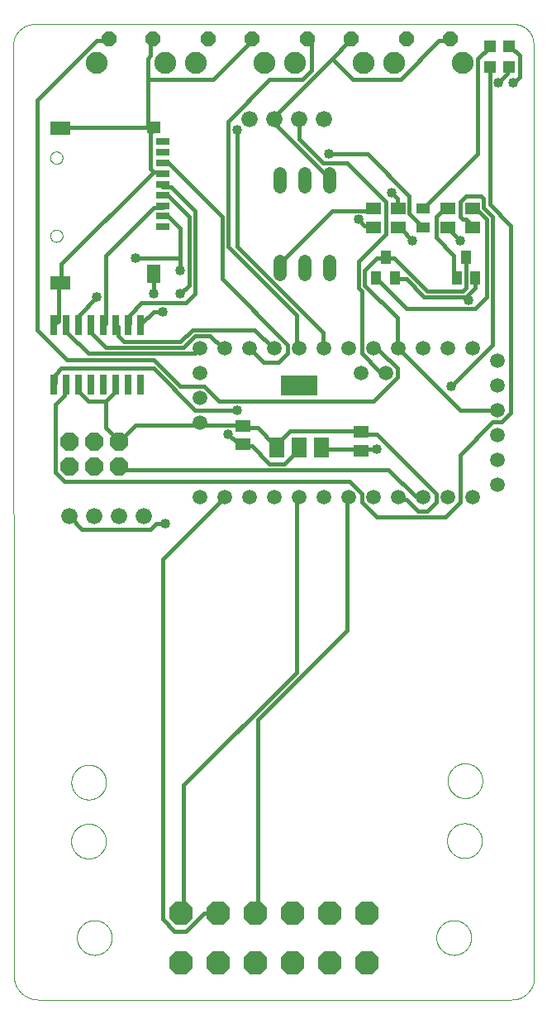
<source format=gtl>
G75*
%MOIN*%
%OFA0B0*%
%FSLAX25Y25*%
%IPPOS*%
%LPD*%
%AMOC8*
5,1,8,0,0,1.08239X$1,22.5*
%
%ADD10C,0.00000*%
%ADD11R,0.04724X0.04724*%
%ADD12R,0.03937X0.05512*%
%ADD13R,0.05906X0.05118*%
%ADD14OC8,0.06000*%
%ADD15C,0.08850*%
%ADD16R,0.02600X0.08000*%
%ADD17R,0.05512X0.04331*%
%ADD18OC8,0.09449*%
%ADD19R,0.07874X0.05512*%
%ADD20R,0.05512X0.05039*%
%ADD21R,0.05512X0.07677*%
%ADD22R,0.05512X0.02756*%
%ADD23OC8,0.07400*%
%ADD24C,0.06600*%
%ADD25C,0.05937*%
%ADD26R,0.05900X0.07900*%
%ADD27R,0.15000X0.07900*%
%ADD28C,0.05200*%
%ADD29C,0.01600*%
%ADD30C,0.04000*%
D10*
X0001297Y0010767D02*
X0001000Y0385429D01*
X0001003Y0385640D01*
X0001010Y0385850D01*
X0001023Y0386061D01*
X0001041Y0386271D01*
X0001064Y0386480D01*
X0001092Y0386689D01*
X0001124Y0386897D01*
X0001162Y0387104D01*
X0001205Y0387311D01*
X0001253Y0387516D01*
X0001306Y0387720D01*
X0001364Y0387922D01*
X0001427Y0388124D01*
X0001494Y0388323D01*
X0001567Y0388521D01*
X0001644Y0388717D01*
X0001726Y0388911D01*
X0001812Y0389104D01*
X0001903Y0389294D01*
X0001999Y0389481D01*
X0002099Y0389667D01*
X0002204Y0389850D01*
X0002313Y0390030D01*
X0002426Y0390208D01*
X0002544Y0390383D01*
X0002665Y0390554D01*
X0002791Y0390723D01*
X0002921Y0390889D01*
X0003055Y0391052D01*
X0003193Y0391211D01*
X0003335Y0391367D01*
X0003480Y0391520D01*
X0003629Y0391669D01*
X0003782Y0391814D01*
X0003938Y0391956D01*
X0004097Y0392094D01*
X0004260Y0392228D01*
X0004426Y0392358D01*
X0004595Y0392484D01*
X0004766Y0392605D01*
X0004941Y0392723D01*
X0005119Y0392836D01*
X0005299Y0392945D01*
X0005482Y0393050D01*
X0005668Y0393150D01*
X0005855Y0393246D01*
X0006045Y0393337D01*
X0006238Y0393423D01*
X0006432Y0393505D01*
X0006628Y0393582D01*
X0006826Y0393655D01*
X0007025Y0393722D01*
X0007227Y0393785D01*
X0007429Y0393843D01*
X0007633Y0393896D01*
X0007838Y0393944D01*
X0008045Y0393987D01*
X0008252Y0394025D01*
X0008460Y0394057D01*
X0008669Y0394085D01*
X0008878Y0394108D01*
X0009088Y0394126D01*
X0009299Y0394139D01*
X0009509Y0394146D01*
X0009720Y0394149D01*
X0009720Y0394148D02*
X0203035Y0394148D01*
X0203226Y0394146D01*
X0203416Y0394139D01*
X0203606Y0394127D01*
X0203796Y0394111D01*
X0203986Y0394091D01*
X0204174Y0394065D01*
X0204363Y0394035D01*
X0204550Y0394001D01*
X0204737Y0393962D01*
X0204922Y0393919D01*
X0205107Y0393871D01*
X0205290Y0393819D01*
X0205472Y0393762D01*
X0205652Y0393701D01*
X0205831Y0393636D01*
X0206009Y0393566D01*
X0206184Y0393492D01*
X0206358Y0393414D01*
X0206530Y0393331D01*
X0206700Y0393245D01*
X0206867Y0393154D01*
X0207033Y0393059D01*
X0207196Y0392961D01*
X0207357Y0392858D01*
X0207515Y0392752D01*
X0207670Y0392642D01*
X0207823Y0392528D01*
X0207973Y0392411D01*
X0208120Y0392289D01*
X0208264Y0392165D01*
X0208405Y0392037D01*
X0208543Y0391905D01*
X0208678Y0391770D01*
X0208810Y0391632D01*
X0208938Y0391491D01*
X0209062Y0391347D01*
X0209184Y0391200D01*
X0209301Y0391050D01*
X0209415Y0390897D01*
X0209525Y0390742D01*
X0209631Y0390584D01*
X0209734Y0390423D01*
X0209832Y0390260D01*
X0209927Y0390094D01*
X0210018Y0389927D01*
X0210104Y0389757D01*
X0210187Y0389585D01*
X0210265Y0389411D01*
X0210339Y0389236D01*
X0210409Y0389058D01*
X0210474Y0388879D01*
X0210535Y0388699D01*
X0210592Y0388517D01*
X0210644Y0388334D01*
X0210692Y0388149D01*
X0210735Y0387964D01*
X0210774Y0387777D01*
X0210808Y0387590D01*
X0210838Y0387401D01*
X0210864Y0387213D01*
X0210884Y0387023D01*
X0210900Y0386833D01*
X0210912Y0386643D01*
X0210919Y0386453D01*
X0210921Y0386262D01*
X0211218Y0009978D01*
X0211215Y0009761D01*
X0211208Y0009544D01*
X0211194Y0009328D01*
X0211176Y0009111D01*
X0211153Y0008896D01*
X0211124Y0008681D01*
X0211090Y0008466D01*
X0211051Y0008253D01*
X0211006Y0008041D01*
X0210957Y0007829D01*
X0210903Y0007619D01*
X0210843Y0007411D01*
X0210779Y0007204D01*
X0210709Y0006998D01*
X0210635Y0006794D01*
X0210555Y0006592D01*
X0210471Y0006393D01*
X0210382Y0006195D01*
X0210288Y0005999D01*
X0210190Y0005806D01*
X0210086Y0005615D01*
X0209979Y0005427D01*
X0209867Y0005241D01*
X0209750Y0005058D01*
X0209629Y0004878D01*
X0209503Y0004701D01*
X0209374Y0004527D01*
X0209240Y0004356D01*
X0209102Y0004189D01*
X0208960Y0004024D01*
X0208814Y0003864D01*
X0208665Y0003707D01*
X0208511Y0003553D01*
X0208354Y0003404D01*
X0208194Y0003258D01*
X0208029Y0003116D01*
X0207862Y0002978D01*
X0207691Y0002844D01*
X0207517Y0002715D01*
X0207340Y0002589D01*
X0207160Y0002468D01*
X0206977Y0002351D01*
X0206791Y0002239D01*
X0206603Y0002132D01*
X0206412Y0002028D01*
X0206219Y0001930D01*
X0206023Y0001836D01*
X0205825Y0001747D01*
X0205626Y0001663D01*
X0205424Y0001583D01*
X0205220Y0001509D01*
X0205014Y0001439D01*
X0204807Y0001375D01*
X0204599Y0001315D01*
X0204389Y0001261D01*
X0204177Y0001212D01*
X0203965Y0001167D01*
X0203752Y0001128D01*
X0203537Y0001094D01*
X0203322Y0001065D01*
X0203107Y0001042D01*
X0202890Y0001024D01*
X0202674Y0001010D01*
X0202457Y0001003D01*
X0202240Y0001000D01*
X0011063Y0001000D01*
X0010827Y0001003D01*
X0010591Y0001011D01*
X0010356Y0001026D01*
X0010120Y0001046D01*
X0009886Y0001071D01*
X0009652Y0001102D01*
X0009419Y0001139D01*
X0009186Y0001182D01*
X0008955Y0001230D01*
X0008726Y0001284D01*
X0008497Y0001343D01*
X0008270Y0001408D01*
X0008045Y0001478D01*
X0007821Y0001554D01*
X0007600Y0001635D01*
X0007380Y0001721D01*
X0007162Y0001813D01*
X0006947Y0001910D01*
X0006734Y0002012D01*
X0006524Y0002119D01*
X0006316Y0002231D01*
X0006112Y0002348D01*
X0005910Y0002470D01*
X0005711Y0002597D01*
X0005515Y0002729D01*
X0005322Y0002865D01*
X0005133Y0003006D01*
X0004947Y0003152D01*
X0004765Y0003302D01*
X0004586Y0003456D01*
X0004412Y0003615D01*
X0004241Y0003778D01*
X0004074Y0003945D01*
X0003911Y0004116D01*
X0003752Y0004290D01*
X0003598Y0004469D01*
X0003448Y0004651D01*
X0003302Y0004837D01*
X0003161Y0005026D01*
X0003025Y0005219D01*
X0002893Y0005415D01*
X0002766Y0005614D01*
X0002644Y0005816D01*
X0002527Y0006020D01*
X0002415Y0006228D01*
X0002308Y0006438D01*
X0002206Y0006651D01*
X0002109Y0006866D01*
X0002017Y0007084D01*
X0001931Y0007304D01*
X0001850Y0007525D01*
X0001774Y0007749D01*
X0001704Y0007974D01*
X0001639Y0008201D01*
X0001580Y0008430D01*
X0001526Y0008659D01*
X0001478Y0008890D01*
X0001435Y0009123D01*
X0001398Y0009356D01*
X0001367Y0009590D01*
X0001342Y0009824D01*
X0001322Y0010060D01*
X0001307Y0010295D01*
X0001299Y0010531D01*
X0001296Y0010767D01*
X0024468Y0064839D02*
X0024470Y0065011D01*
X0024476Y0065182D01*
X0024487Y0065354D01*
X0024502Y0065525D01*
X0024521Y0065696D01*
X0024544Y0065866D01*
X0024571Y0066036D01*
X0024603Y0066205D01*
X0024638Y0066373D01*
X0024678Y0066540D01*
X0024722Y0066706D01*
X0024769Y0066871D01*
X0024821Y0067035D01*
X0024877Y0067197D01*
X0024937Y0067358D01*
X0025001Y0067518D01*
X0025069Y0067676D01*
X0025140Y0067832D01*
X0025215Y0067986D01*
X0025295Y0068139D01*
X0025377Y0068289D01*
X0025464Y0068438D01*
X0025554Y0068584D01*
X0025648Y0068728D01*
X0025745Y0068870D01*
X0025846Y0069009D01*
X0025950Y0069146D01*
X0026057Y0069280D01*
X0026168Y0069411D01*
X0026281Y0069540D01*
X0026398Y0069666D01*
X0026518Y0069789D01*
X0026641Y0069909D01*
X0026767Y0070026D01*
X0026896Y0070139D01*
X0027027Y0070250D01*
X0027161Y0070357D01*
X0027298Y0070461D01*
X0027437Y0070562D01*
X0027579Y0070659D01*
X0027723Y0070753D01*
X0027869Y0070843D01*
X0028018Y0070930D01*
X0028168Y0071012D01*
X0028321Y0071092D01*
X0028475Y0071167D01*
X0028631Y0071238D01*
X0028789Y0071306D01*
X0028949Y0071370D01*
X0029110Y0071430D01*
X0029272Y0071486D01*
X0029436Y0071538D01*
X0029601Y0071585D01*
X0029767Y0071629D01*
X0029934Y0071669D01*
X0030102Y0071704D01*
X0030271Y0071736D01*
X0030441Y0071763D01*
X0030611Y0071786D01*
X0030782Y0071805D01*
X0030953Y0071820D01*
X0031125Y0071831D01*
X0031296Y0071837D01*
X0031468Y0071839D01*
X0031640Y0071837D01*
X0031811Y0071831D01*
X0031983Y0071820D01*
X0032154Y0071805D01*
X0032325Y0071786D01*
X0032495Y0071763D01*
X0032665Y0071736D01*
X0032834Y0071704D01*
X0033002Y0071669D01*
X0033169Y0071629D01*
X0033335Y0071585D01*
X0033500Y0071538D01*
X0033664Y0071486D01*
X0033826Y0071430D01*
X0033987Y0071370D01*
X0034147Y0071306D01*
X0034305Y0071238D01*
X0034461Y0071167D01*
X0034615Y0071092D01*
X0034768Y0071012D01*
X0034918Y0070930D01*
X0035067Y0070843D01*
X0035213Y0070753D01*
X0035357Y0070659D01*
X0035499Y0070562D01*
X0035638Y0070461D01*
X0035775Y0070357D01*
X0035909Y0070250D01*
X0036040Y0070139D01*
X0036169Y0070026D01*
X0036295Y0069909D01*
X0036418Y0069789D01*
X0036538Y0069666D01*
X0036655Y0069540D01*
X0036768Y0069411D01*
X0036879Y0069280D01*
X0036986Y0069146D01*
X0037090Y0069009D01*
X0037191Y0068870D01*
X0037288Y0068728D01*
X0037382Y0068584D01*
X0037472Y0068438D01*
X0037559Y0068289D01*
X0037641Y0068139D01*
X0037721Y0067986D01*
X0037796Y0067832D01*
X0037867Y0067676D01*
X0037935Y0067518D01*
X0037999Y0067358D01*
X0038059Y0067197D01*
X0038115Y0067035D01*
X0038167Y0066871D01*
X0038214Y0066706D01*
X0038258Y0066540D01*
X0038298Y0066373D01*
X0038333Y0066205D01*
X0038365Y0066036D01*
X0038392Y0065866D01*
X0038415Y0065696D01*
X0038434Y0065525D01*
X0038449Y0065354D01*
X0038460Y0065182D01*
X0038466Y0065011D01*
X0038468Y0064839D01*
X0038466Y0064667D01*
X0038460Y0064496D01*
X0038449Y0064324D01*
X0038434Y0064153D01*
X0038415Y0063982D01*
X0038392Y0063812D01*
X0038365Y0063642D01*
X0038333Y0063473D01*
X0038298Y0063305D01*
X0038258Y0063138D01*
X0038214Y0062972D01*
X0038167Y0062807D01*
X0038115Y0062643D01*
X0038059Y0062481D01*
X0037999Y0062320D01*
X0037935Y0062160D01*
X0037867Y0062002D01*
X0037796Y0061846D01*
X0037721Y0061692D01*
X0037641Y0061539D01*
X0037559Y0061389D01*
X0037472Y0061240D01*
X0037382Y0061094D01*
X0037288Y0060950D01*
X0037191Y0060808D01*
X0037090Y0060669D01*
X0036986Y0060532D01*
X0036879Y0060398D01*
X0036768Y0060267D01*
X0036655Y0060138D01*
X0036538Y0060012D01*
X0036418Y0059889D01*
X0036295Y0059769D01*
X0036169Y0059652D01*
X0036040Y0059539D01*
X0035909Y0059428D01*
X0035775Y0059321D01*
X0035638Y0059217D01*
X0035499Y0059116D01*
X0035357Y0059019D01*
X0035213Y0058925D01*
X0035067Y0058835D01*
X0034918Y0058748D01*
X0034768Y0058666D01*
X0034615Y0058586D01*
X0034461Y0058511D01*
X0034305Y0058440D01*
X0034147Y0058372D01*
X0033987Y0058308D01*
X0033826Y0058248D01*
X0033664Y0058192D01*
X0033500Y0058140D01*
X0033335Y0058093D01*
X0033169Y0058049D01*
X0033002Y0058009D01*
X0032834Y0057974D01*
X0032665Y0057942D01*
X0032495Y0057915D01*
X0032325Y0057892D01*
X0032154Y0057873D01*
X0031983Y0057858D01*
X0031811Y0057847D01*
X0031640Y0057841D01*
X0031468Y0057839D01*
X0031296Y0057841D01*
X0031125Y0057847D01*
X0030953Y0057858D01*
X0030782Y0057873D01*
X0030611Y0057892D01*
X0030441Y0057915D01*
X0030271Y0057942D01*
X0030102Y0057974D01*
X0029934Y0058009D01*
X0029767Y0058049D01*
X0029601Y0058093D01*
X0029436Y0058140D01*
X0029272Y0058192D01*
X0029110Y0058248D01*
X0028949Y0058308D01*
X0028789Y0058372D01*
X0028631Y0058440D01*
X0028475Y0058511D01*
X0028321Y0058586D01*
X0028168Y0058666D01*
X0028018Y0058748D01*
X0027869Y0058835D01*
X0027723Y0058925D01*
X0027579Y0059019D01*
X0027437Y0059116D01*
X0027298Y0059217D01*
X0027161Y0059321D01*
X0027027Y0059428D01*
X0026896Y0059539D01*
X0026767Y0059652D01*
X0026641Y0059769D01*
X0026518Y0059889D01*
X0026398Y0060012D01*
X0026281Y0060138D01*
X0026168Y0060267D01*
X0026057Y0060398D01*
X0025950Y0060532D01*
X0025846Y0060669D01*
X0025745Y0060808D01*
X0025648Y0060950D01*
X0025554Y0061094D01*
X0025464Y0061240D01*
X0025377Y0061389D01*
X0025295Y0061539D01*
X0025215Y0061692D01*
X0025140Y0061846D01*
X0025069Y0062002D01*
X0025001Y0062160D01*
X0024937Y0062320D01*
X0024877Y0062481D01*
X0024821Y0062643D01*
X0024769Y0062807D01*
X0024722Y0062972D01*
X0024678Y0063138D01*
X0024638Y0063305D01*
X0024603Y0063473D01*
X0024571Y0063642D01*
X0024544Y0063812D01*
X0024521Y0063982D01*
X0024502Y0064153D01*
X0024487Y0064324D01*
X0024476Y0064496D01*
X0024470Y0064667D01*
X0024468Y0064839D01*
X0024536Y0088621D02*
X0024538Y0088793D01*
X0024544Y0088964D01*
X0024555Y0089136D01*
X0024570Y0089307D01*
X0024589Y0089478D01*
X0024612Y0089648D01*
X0024639Y0089818D01*
X0024671Y0089987D01*
X0024706Y0090155D01*
X0024746Y0090322D01*
X0024790Y0090488D01*
X0024837Y0090653D01*
X0024889Y0090817D01*
X0024945Y0090979D01*
X0025005Y0091140D01*
X0025069Y0091300D01*
X0025137Y0091458D01*
X0025208Y0091614D01*
X0025283Y0091768D01*
X0025363Y0091921D01*
X0025445Y0092071D01*
X0025532Y0092220D01*
X0025622Y0092366D01*
X0025716Y0092510D01*
X0025813Y0092652D01*
X0025914Y0092791D01*
X0026018Y0092928D01*
X0026125Y0093062D01*
X0026236Y0093193D01*
X0026349Y0093322D01*
X0026466Y0093448D01*
X0026586Y0093571D01*
X0026709Y0093691D01*
X0026835Y0093808D01*
X0026964Y0093921D01*
X0027095Y0094032D01*
X0027229Y0094139D01*
X0027366Y0094243D01*
X0027505Y0094344D01*
X0027647Y0094441D01*
X0027791Y0094535D01*
X0027937Y0094625D01*
X0028086Y0094712D01*
X0028236Y0094794D01*
X0028389Y0094874D01*
X0028543Y0094949D01*
X0028699Y0095020D01*
X0028857Y0095088D01*
X0029017Y0095152D01*
X0029178Y0095212D01*
X0029340Y0095268D01*
X0029504Y0095320D01*
X0029669Y0095367D01*
X0029835Y0095411D01*
X0030002Y0095451D01*
X0030170Y0095486D01*
X0030339Y0095518D01*
X0030509Y0095545D01*
X0030679Y0095568D01*
X0030850Y0095587D01*
X0031021Y0095602D01*
X0031193Y0095613D01*
X0031364Y0095619D01*
X0031536Y0095621D01*
X0031708Y0095619D01*
X0031879Y0095613D01*
X0032051Y0095602D01*
X0032222Y0095587D01*
X0032393Y0095568D01*
X0032563Y0095545D01*
X0032733Y0095518D01*
X0032902Y0095486D01*
X0033070Y0095451D01*
X0033237Y0095411D01*
X0033403Y0095367D01*
X0033568Y0095320D01*
X0033732Y0095268D01*
X0033894Y0095212D01*
X0034055Y0095152D01*
X0034215Y0095088D01*
X0034373Y0095020D01*
X0034529Y0094949D01*
X0034683Y0094874D01*
X0034836Y0094794D01*
X0034986Y0094712D01*
X0035135Y0094625D01*
X0035281Y0094535D01*
X0035425Y0094441D01*
X0035567Y0094344D01*
X0035706Y0094243D01*
X0035843Y0094139D01*
X0035977Y0094032D01*
X0036108Y0093921D01*
X0036237Y0093808D01*
X0036363Y0093691D01*
X0036486Y0093571D01*
X0036606Y0093448D01*
X0036723Y0093322D01*
X0036836Y0093193D01*
X0036947Y0093062D01*
X0037054Y0092928D01*
X0037158Y0092791D01*
X0037259Y0092652D01*
X0037356Y0092510D01*
X0037450Y0092366D01*
X0037540Y0092220D01*
X0037627Y0092071D01*
X0037709Y0091921D01*
X0037789Y0091768D01*
X0037864Y0091614D01*
X0037935Y0091458D01*
X0038003Y0091300D01*
X0038067Y0091140D01*
X0038127Y0090979D01*
X0038183Y0090817D01*
X0038235Y0090653D01*
X0038282Y0090488D01*
X0038326Y0090322D01*
X0038366Y0090155D01*
X0038401Y0089987D01*
X0038433Y0089818D01*
X0038460Y0089648D01*
X0038483Y0089478D01*
X0038502Y0089307D01*
X0038517Y0089136D01*
X0038528Y0088964D01*
X0038534Y0088793D01*
X0038536Y0088621D01*
X0038534Y0088449D01*
X0038528Y0088278D01*
X0038517Y0088106D01*
X0038502Y0087935D01*
X0038483Y0087764D01*
X0038460Y0087594D01*
X0038433Y0087424D01*
X0038401Y0087255D01*
X0038366Y0087087D01*
X0038326Y0086920D01*
X0038282Y0086754D01*
X0038235Y0086589D01*
X0038183Y0086425D01*
X0038127Y0086263D01*
X0038067Y0086102D01*
X0038003Y0085942D01*
X0037935Y0085784D01*
X0037864Y0085628D01*
X0037789Y0085474D01*
X0037709Y0085321D01*
X0037627Y0085171D01*
X0037540Y0085022D01*
X0037450Y0084876D01*
X0037356Y0084732D01*
X0037259Y0084590D01*
X0037158Y0084451D01*
X0037054Y0084314D01*
X0036947Y0084180D01*
X0036836Y0084049D01*
X0036723Y0083920D01*
X0036606Y0083794D01*
X0036486Y0083671D01*
X0036363Y0083551D01*
X0036237Y0083434D01*
X0036108Y0083321D01*
X0035977Y0083210D01*
X0035843Y0083103D01*
X0035706Y0082999D01*
X0035567Y0082898D01*
X0035425Y0082801D01*
X0035281Y0082707D01*
X0035135Y0082617D01*
X0034986Y0082530D01*
X0034836Y0082448D01*
X0034683Y0082368D01*
X0034529Y0082293D01*
X0034373Y0082222D01*
X0034215Y0082154D01*
X0034055Y0082090D01*
X0033894Y0082030D01*
X0033732Y0081974D01*
X0033568Y0081922D01*
X0033403Y0081875D01*
X0033237Y0081831D01*
X0033070Y0081791D01*
X0032902Y0081756D01*
X0032733Y0081724D01*
X0032563Y0081697D01*
X0032393Y0081674D01*
X0032222Y0081655D01*
X0032051Y0081640D01*
X0031879Y0081629D01*
X0031708Y0081623D01*
X0031536Y0081621D01*
X0031364Y0081623D01*
X0031193Y0081629D01*
X0031021Y0081640D01*
X0030850Y0081655D01*
X0030679Y0081674D01*
X0030509Y0081697D01*
X0030339Y0081724D01*
X0030170Y0081756D01*
X0030002Y0081791D01*
X0029835Y0081831D01*
X0029669Y0081875D01*
X0029504Y0081922D01*
X0029340Y0081974D01*
X0029178Y0082030D01*
X0029017Y0082090D01*
X0028857Y0082154D01*
X0028699Y0082222D01*
X0028543Y0082293D01*
X0028389Y0082368D01*
X0028236Y0082448D01*
X0028086Y0082530D01*
X0027937Y0082617D01*
X0027791Y0082707D01*
X0027647Y0082801D01*
X0027505Y0082898D01*
X0027366Y0082999D01*
X0027229Y0083103D01*
X0027095Y0083210D01*
X0026964Y0083321D01*
X0026835Y0083434D01*
X0026709Y0083551D01*
X0026586Y0083671D01*
X0026466Y0083794D01*
X0026349Y0083920D01*
X0026236Y0084049D01*
X0026125Y0084180D01*
X0026018Y0084314D01*
X0025914Y0084451D01*
X0025813Y0084590D01*
X0025716Y0084732D01*
X0025622Y0084876D01*
X0025532Y0085022D01*
X0025445Y0085171D01*
X0025363Y0085321D01*
X0025283Y0085474D01*
X0025208Y0085628D01*
X0025137Y0085784D01*
X0025069Y0085942D01*
X0025005Y0086102D01*
X0024945Y0086263D01*
X0024889Y0086425D01*
X0024837Y0086589D01*
X0024790Y0086754D01*
X0024746Y0086920D01*
X0024706Y0087087D01*
X0024671Y0087255D01*
X0024639Y0087424D01*
X0024612Y0087594D01*
X0024589Y0087764D01*
X0024570Y0087935D01*
X0024555Y0088106D01*
X0024544Y0088278D01*
X0024538Y0088449D01*
X0024536Y0088621D01*
X0026797Y0026000D02*
X0026799Y0026172D01*
X0026805Y0026343D01*
X0026816Y0026515D01*
X0026831Y0026686D01*
X0026850Y0026857D01*
X0026873Y0027027D01*
X0026900Y0027197D01*
X0026932Y0027366D01*
X0026967Y0027534D01*
X0027007Y0027701D01*
X0027051Y0027867D01*
X0027098Y0028032D01*
X0027150Y0028196D01*
X0027206Y0028358D01*
X0027266Y0028519D01*
X0027330Y0028679D01*
X0027398Y0028837D01*
X0027469Y0028993D01*
X0027544Y0029147D01*
X0027624Y0029300D01*
X0027706Y0029450D01*
X0027793Y0029599D01*
X0027883Y0029745D01*
X0027977Y0029889D01*
X0028074Y0030031D01*
X0028175Y0030170D01*
X0028279Y0030307D01*
X0028386Y0030441D01*
X0028497Y0030572D01*
X0028610Y0030701D01*
X0028727Y0030827D01*
X0028847Y0030950D01*
X0028970Y0031070D01*
X0029096Y0031187D01*
X0029225Y0031300D01*
X0029356Y0031411D01*
X0029490Y0031518D01*
X0029627Y0031622D01*
X0029766Y0031723D01*
X0029908Y0031820D01*
X0030052Y0031914D01*
X0030198Y0032004D01*
X0030347Y0032091D01*
X0030497Y0032173D01*
X0030650Y0032253D01*
X0030804Y0032328D01*
X0030960Y0032399D01*
X0031118Y0032467D01*
X0031278Y0032531D01*
X0031439Y0032591D01*
X0031601Y0032647D01*
X0031765Y0032699D01*
X0031930Y0032746D01*
X0032096Y0032790D01*
X0032263Y0032830D01*
X0032431Y0032865D01*
X0032600Y0032897D01*
X0032770Y0032924D01*
X0032940Y0032947D01*
X0033111Y0032966D01*
X0033282Y0032981D01*
X0033454Y0032992D01*
X0033625Y0032998D01*
X0033797Y0033000D01*
X0033969Y0032998D01*
X0034140Y0032992D01*
X0034312Y0032981D01*
X0034483Y0032966D01*
X0034654Y0032947D01*
X0034824Y0032924D01*
X0034994Y0032897D01*
X0035163Y0032865D01*
X0035331Y0032830D01*
X0035498Y0032790D01*
X0035664Y0032746D01*
X0035829Y0032699D01*
X0035993Y0032647D01*
X0036155Y0032591D01*
X0036316Y0032531D01*
X0036476Y0032467D01*
X0036634Y0032399D01*
X0036790Y0032328D01*
X0036944Y0032253D01*
X0037097Y0032173D01*
X0037247Y0032091D01*
X0037396Y0032004D01*
X0037542Y0031914D01*
X0037686Y0031820D01*
X0037828Y0031723D01*
X0037967Y0031622D01*
X0038104Y0031518D01*
X0038238Y0031411D01*
X0038369Y0031300D01*
X0038498Y0031187D01*
X0038624Y0031070D01*
X0038747Y0030950D01*
X0038867Y0030827D01*
X0038984Y0030701D01*
X0039097Y0030572D01*
X0039208Y0030441D01*
X0039315Y0030307D01*
X0039419Y0030170D01*
X0039520Y0030031D01*
X0039617Y0029889D01*
X0039711Y0029745D01*
X0039801Y0029599D01*
X0039888Y0029450D01*
X0039970Y0029300D01*
X0040050Y0029147D01*
X0040125Y0028993D01*
X0040196Y0028837D01*
X0040264Y0028679D01*
X0040328Y0028519D01*
X0040388Y0028358D01*
X0040444Y0028196D01*
X0040496Y0028032D01*
X0040543Y0027867D01*
X0040587Y0027701D01*
X0040627Y0027534D01*
X0040662Y0027366D01*
X0040694Y0027197D01*
X0040721Y0027027D01*
X0040744Y0026857D01*
X0040763Y0026686D01*
X0040778Y0026515D01*
X0040789Y0026343D01*
X0040795Y0026172D01*
X0040797Y0026000D01*
X0040795Y0025828D01*
X0040789Y0025657D01*
X0040778Y0025485D01*
X0040763Y0025314D01*
X0040744Y0025143D01*
X0040721Y0024973D01*
X0040694Y0024803D01*
X0040662Y0024634D01*
X0040627Y0024466D01*
X0040587Y0024299D01*
X0040543Y0024133D01*
X0040496Y0023968D01*
X0040444Y0023804D01*
X0040388Y0023642D01*
X0040328Y0023481D01*
X0040264Y0023321D01*
X0040196Y0023163D01*
X0040125Y0023007D01*
X0040050Y0022853D01*
X0039970Y0022700D01*
X0039888Y0022550D01*
X0039801Y0022401D01*
X0039711Y0022255D01*
X0039617Y0022111D01*
X0039520Y0021969D01*
X0039419Y0021830D01*
X0039315Y0021693D01*
X0039208Y0021559D01*
X0039097Y0021428D01*
X0038984Y0021299D01*
X0038867Y0021173D01*
X0038747Y0021050D01*
X0038624Y0020930D01*
X0038498Y0020813D01*
X0038369Y0020700D01*
X0038238Y0020589D01*
X0038104Y0020482D01*
X0037967Y0020378D01*
X0037828Y0020277D01*
X0037686Y0020180D01*
X0037542Y0020086D01*
X0037396Y0019996D01*
X0037247Y0019909D01*
X0037097Y0019827D01*
X0036944Y0019747D01*
X0036790Y0019672D01*
X0036634Y0019601D01*
X0036476Y0019533D01*
X0036316Y0019469D01*
X0036155Y0019409D01*
X0035993Y0019353D01*
X0035829Y0019301D01*
X0035664Y0019254D01*
X0035498Y0019210D01*
X0035331Y0019170D01*
X0035163Y0019135D01*
X0034994Y0019103D01*
X0034824Y0019076D01*
X0034654Y0019053D01*
X0034483Y0019034D01*
X0034312Y0019019D01*
X0034140Y0019008D01*
X0033969Y0019002D01*
X0033797Y0019000D01*
X0033625Y0019002D01*
X0033454Y0019008D01*
X0033282Y0019019D01*
X0033111Y0019034D01*
X0032940Y0019053D01*
X0032770Y0019076D01*
X0032600Y0019103D01*
X0032431Y0019135D01*
X0032263Y0019170D01*
X0032096Y0019210D01*
X0031930Y0019254D01*
X0031765Y0019301D01*
X0031601Y0019353D01*
X0031439Y0019409D01*
X0031278Y0019469D01*
X0031118Y0019533D01*
X0030960Y0019601D01*
X0030804Y0019672D01*
X0030650Y0019747D01*
X0030497Y0019827D01*
X0030347Y0019909D01*
X0030198Y0019996D01*
X0030052Y0020086D01*
X0029908Y0020180D01*
X0029766Y0020277D01*
X0029627Y0020378D01*
X0029490Y0020482D01*
X0029356Y0020589D01*
X0029225Y0020700D01*
X0029096Y0020813D01*
X0028970Y0020930D01*
X0028847Y0021050D01*
X0028727Y0021173D01*
X0028610Y0021299D01*
X0028497Y0021428D01*
X0028386Y0021559D01*
X0028279Y0021693D01*
X0028175Y0021830D01*
X0028074Y0021969D01*
X0027977Y0022111D01*
X0027883Y0022255D01*
X0027793Y0022401D01*
X0027706Y0022550D01*
X0027624Y0022700D01*
X0027544Y0022853D01*
X0027469Y0023007D01*
X0027398Y0023163D01*
X0027330Y0023321D01*
X0027266Y0023481D01*
X0027206Y0023642D01*
X0027150Y0023804D01*
X0027098Y0023968D01*
X0027051Y0024133D01*
X0027007Y0024299D01*
X0026967Y0024466D01*
X0026932Y0024634D01*
X0026900Y0024803D01*
X0026873Y0024973D01*
X0026850Y0025143D01*
X0026831Y0025314D01*
X0026816Y0025485D01*
X0026805Y0025657D01*
X0026799Y0025828D01*
X0026797Y0026000D01*
X0016041Y0308795D02*
X0016043Y0308894D01*
X0016049Y0308993D01*
X0016059Y0309092D01*
X0016073Y0309190D01*
X0016091Y0309287D01*
X0016113Y0309384D01*
X0016138Y0309480D01*
X0016168Y0309574D01*
X0016201Y0309668D01*
X0016238Y0309760D01*
X0016279Y0309850D01*
X0016323Y0309939D01*
X0016371Y0310025D01*
X0016422Y0310110D01*
X0016477Y0310193D01*
X0016535Y0310273D01*
X0016596Y0310351D01*
X0016660Y0310427D01*
X0016727Y0310500D01*
X0016797Y0310570D01*
X0016870Y0310637D01*
X0016946Y0310701D01*
X0017024Y0310762D01*
X0017104Y0310820D01*
X0017187Y0310875D01*
X0017271Y0310926D01*
X0017358Y0310974D01*
X0017447Y0311018D01*
X0017537Y0311059D01*
X0017629Y0311096D01*
X0017723Y0311129D01*
X0017817Y0311159D01*
X0017913Y0311184D01*
X0018010Y0311206D01*
X0018107Y0311224D01*
X0018205Y0311238D01*
X0018304Y0311248D01*
X0018403Y0311254D01*
X0018502Y0311256D01*
X0018601Y0311254D01*
X0018700Y0311248D01*
X0018799Y0311238D01*
X0018897Y0311224D01*
X0018994Y0311206D01*
X0019091Y0311184D01*
X0019187Y0311159D01*
X0019281Y0311129D01*
X0019375Y0311096D01*
X0019467Y0311059D01*
X0019557Y0311018D01*
X0019646Y0310974D01*
X0019732Y0310926D01*
X0019817Y0310875D01*
X0019900Y0310820D01*
X0019980Y0310762D01*
X0020058Y0310701D01*
X0020134Y0310637D01*
X0020207Y0310570D01*
X0020277Y0310500D01*
X0020344Y0310427D01*
X0020408Y0310351D01*
X0020469Y0310273D01*
X0020527Y0310193D01*
X0020582Y0310110D01*
X0020633Y0310026D01*
X0020681Y0309939D01*
X0020725Y0309850D01*
X0020766Y0309760D01*
X0020803Y0309668D01*
X0020836Y0309574D01*
X0020866Y0309480D01*
X0020891Y0309384D01*
X0020913Y0309287D01*
X0020931Y0309190D01*
X0020945Y0309092D01*
X0020955Y0308993D01*
X0020961Y0308894D01*
X0020963Y0308795D01*
X0020961Y0308696D01*
X0020955Y0308597D01*
X0020945Y0308498D01*
X0020931Y0308400D01*
X0020913Y0308303D01*
X0020891Y0308206D01*
X0020866Y0308110D01*
X0020836Y0308016D01*
X0020803Y0307922D01*
X0020766Y0307830D01*
X0020725Y0307740D01*
X0020681Y0307651D01*
X0020633Y0307565D01*
X0020582Y0307480D01*
X0020527Y0307397D01*
X0020469Y0307317D01*
X0020408Y0307239D01*
X0020344Y0307163D01*
X0020277Y0307090D01*
X0020207Y0307020D01*
X0020134Y0306953D01*
X0020058Y0306889D01*
X0019980Y0306828D01*
X0019900Y0306770D01*
X0019817Y0306715D01*
X0019733Y0306664D01*
X0019646Y0306616D01*
X0019557Y0306572D01*
X0019467Y0306531D01*
X0019375Y0306494D01*
X0019281Y0306461D01*
X0019187Y0306431D01*
X0019091Y0306406D01*
X0018994Y0306384D01*
X0018897Y0306366D01*
X0018799Y0306352D01*
X0018700Y0306342D01*
X0018601Y0306336D01*
X0018502Y0306334D01*
X0018403Y0306336D01*
X0018304Y0306342D01*
X0018205Y0306352D01*
X0018107Y0306366D01*
X0018010Y0306384D01*
X0017913Y0306406D01*
X0017817Y0306431D01*
X0017723Y0306461D01*
X0017629Y0306494D01*
X0017537Y0306531D01*
X0017447Y0306572D01*
X0017358Y0306616D01*
X0017272Y0306664D01*
X0017187Y0306715D01*
X0017104Y0306770D01*
X0017024Y0306828D01*
X0016946Y0306889D01*
X0016870Y0306953D01*
X0016797Y0307020D01*
X0016727Y0307090D01*
X0016660Y0307163D01*
X0016596Y0307239D01*
X0016535Y0307317D01*
X0016477Y0307397D01*
X0016422Y0307480D01*
X0016371Y0307564D01*
X0016323Y0307651D01*
X0016279Y0307740D01*
X0016238Y0307830D01*
X0016201Y0307922D01*
X0016168Y0308016D01*
X0016138Y0308110D01*
X0016113Y0308206D01*
X0016091Y0308303D01*
X0016073Y0308400D01*
X0016059Y0308498D01*
X0016049Y0308597D01*
X0016043Y0308696D01*
X0016041Y0308795D01*
X0016041Y0340291D02*
X0016043Y0340390D01*
X0016049Y0340489D01*
X0016059Y0340588D01*
X0016073Y0340686D01*
X0016091Y0340783D01*
X0016113Y0340880D01*
X0016138Y0340976D01*
X0016168Y0341070D01*
X0016201Y0341164D01*
X0016238Y0341256D01*
X0016279Y0341346D01*
X0016323Y0341435D01*
X0016371Y0341521D01*
X0016422Y0341606D01*
X0016477Y0341689D01*
X0016535Y0341769D01*
X0016596Y0341847D01*
X0016660Y0341923D01*
X0016727Y0341996D01*
X0016797Y0342066D01*
X0016870Y0342133D01*
X0016946Y0342197D01*
X0017024Y0342258D01*
X0017104Y0342316D01*
X0017187Y0342371D01*
X0017271Y0342422D01*
X0017358Y0342470D01*
X0017447Y0342514D01*
X0017537Y0342555D01*
X0017629Y0342592D01*
X0017723Y0342625D01*
X0017817Y0342655D01*
X0017913Y0342680D01*
X0018010Y0342702D01*
X0018107Y0342720D01*
X0018205Y0342734D01*
X0018304Y0342744D01*
X0018403Y0342750D01*
X0018502Y0342752D01*
X0018601Y0342750D01*
X0018700Y0342744D01*
X0018799Y0342734D01*
X0018897Y0342720D01*
X0018994Y0342702D01*
X0019091Y0342680D01*
X0019187Y0342655D01*
X0019281Y0342625D01*
X0019375Y0342592D01*
X0019467Y0342555D01*
X0019557Y0342514D01*
X0019646Y0342470D01*
X0019732Y0342422D01*
X0019817Y0342371D01*
X0019900Y0342316D01*
X0019980Y0342258D01*
X0020058Y0342197D01*
X0020134Y0342133D01*
X0020207Y0342066D01*
X0020277Y0341996D01*
X0020344Y0341923D01*
X0020408Y0341847D01*
X0020469Y0341769D01*
X0020527Y0341689D01*
X0020582Y0341606D01*
X0020633Y0341522D01*
X0020681Y0341435D01*
X0020725Y0341346D01*
X0020766Y0341256D01*
X0020803Y0341164D01*
X0020836Y0341070D01*
X0020866Y0340976D01*
X0020891Y0340880D01*
X0020913Y0340783D01*
X0020931Y0340686D01*
X0020945Y0340588D01*
X0020955Y0340489D01*
X0020961Y0340390D01*
X0020963Y0340291D01*
X0020961Y0340192D01*
X0020955Y0340093D01*
X0020945Y0339994D01*
X0020931Y0339896D01*
X0020913Y0339799D01*
X0020891Y0339702D01*
X0020866Y0339606D01*
X0020836Y0339512D01*
X0020803Y0339418D01*
X0020766Y0339326D01*
X0020725Y0339236D01*
X0020681Y0339147D01*
X0020633Y0339061D01*
X0020582Y0338976D01*
X0020527Y0338893D01*
X0020469Y0338813D01*
X0020408Y0338735D01*
X0020344Y0338659D01*
X0020277Y0338586D01*
X0020207Y0338516D01*
X0020134Y0338449D01*
X0020058Y0338385D01*
X0019980Y0338324D01*
X0019900Y0338266D01*
X0019817Y0338211D01*
X0019733Y0338160D01*
X0019646Y0338112D01*
X0019557Y0338068D01*
X0019467Y0338027D01*
X0019375Y0337990D01*
X0019281Y0337957D01*
X0019187Y0337927D01*
X0019091Y0337902D01*
X0018994Y0337880D01*
X0018897Y0337862D01*
X0018799Y0337848D01*
X0018700Y0337838D01*
X0018601Y0337832D01*
X0018502Y0337830D01*
X0018403Y0337832D01*
X0018304Y0337838D01*
X0018205Y0337848D01*
X0018107Y0337862D01*
X0018010Y0337880D01*
X0017913Y0337902D01*
X0017817Y0337927D01*
X0017723Y0337957D01*
X0017629Y0337990D01*
X0017537Y0338027D01*
X0017447Y0338068D01*
X0017358Y0338112D01*
X0017272Y0338160D01*
X0017187Y0338211D01*
X0017104Y0338266D01*
X0017024Y0338324D01*
X0016946Y0338385D01*
X0016870Y0338449D01*
X0016797Y0338516D01*
X0016727Y0338586D01*
X0016660Y0338659D01*
X0016596Y0338735D01*
X0016535Y0338813D01*
X0016477Y0338893D01*
X0016422Y0338976D01*
X0016371Y0339060D01*
X0016323Y0339147D01*
X0016279Y0339236D01*
X0016238Y0339326D01*
X0016201Y0339418D01*
X0016168Y0339512D01*
X0016138Y0339606D01*
X0016113Y0339702D01*
X0016091Y0339799D01*
X0016073Y0339896D01*
X0016059Y0339994D01*
X0016049Y0340093D01*
X0016043Y0340192D01*
X0016041Y0340291D01*
X0171797Y0026000D02*
X0171799Y0026172D01*
X0171805Y0026343D01*
X0171816Y0026515D01*
X0171831Y0026686D01*
X0171850Y0026857D01*
X0171873Y0027027D01*
X0171900Y0027197D01*
X0171932Y0027366D01*
X0171967Y0027534D01*
X0172007Y0027701D01*
X0172051Y0027867D01*
X0172098Y0028032D01*
X0172150Y0028196D01*
X0172206Y0028358D01*
X0172266Y0028519D01*
X0172330Y0028679D01*
X0172398Y0028837D01*
X0172469Y0028993D01*
X0172544Y0029147D01*
X0172624Y0029300D01*
X0172706Y0029450D01*
X0172793Y0029599D01*
X0172883Y0029745D01*
X0172977Y0029889D01*
X0173074Y0030031D01*
X0173175Y0030170D01*
X0173279Y0030307D01*
X0173386Y0030441D01*
X0173497Y0030572D01*
X0173610Y0030701D01*
X0173727Y0030827D01*
X0173847Y0030950D01*
X0173970Y0031070D01*
X0174096Y0031187D01*
X0174225Y0031300D01*
X0174356Y0031411D01*
X0174490Y0031518D01*
X0174627Y0031622D01*
X0174766Y0031723D01*
X0174908Y0031820D01*
X0175052Y0031914D01*
X0175198Y0032004D01*
X0175347Y0032091D01*
X0175497Y0032173D01*
X0175650Y0032253D01*
X0175804Y0032328D01*
X0175960Y0032399D01*
X0176118Y0032467D01*
X0176278Y0032531D01*
X0176439Y0032591D01*
X0176601Y0032647D01*
X0176765Y0032699D01*
X0176930Y0032746D01*
X0177096Y0032790D01*
X0177263Y0032830D01*
X0177431Y0032865D01*
X0177600Y0032897D01*
X0177770Y0032924D01*
X0177940Y0032947D01*
X0178111Y0032966D01*
X0178282Y0032981D01*
X0178454Y0032992D01*
X0178625Y0032998D01*
X0178797Y0033000D01*
X0178969Y0032998D01*
X0179140Y0032992D01*
X0179312Y0032981D01*
X0179483Y0032966D01*
X0179654Y0032947D01*
X0179824Y0032924D01*
X0179994Y0032897D01*
X0180163Y0032865D01*
X0180331Y0032830D01*
X0180498Y0032790D01*
X0180664Y0032746D01*
X0180829Y0032699D01*
X0180993Y0032647D01*
X0181155Y0032591D01*
X0181316Y0032531D01*
X0181476Y0032467D01*
X0181634Y0032399D01*
X0181790Y0032328D01*
X0181944Y0032253D01*
X0182097Y0032173D01*
X0182247Y0032091D01*
X0182396Y0032004D01*
X0182542Y0031914D01*
X0182686Y0031820D01*
X0182828Y0031723D01*
X0182967Y0031622D01*
X0183104Y0031518D01*
X0183238Y0031411D01*
X0183369Y0031300D01*
X0183498Y0031187D01*
X0183624Y0031070D01*
X0183747Y0030950D01*
X0183867Y0030827D01*
X0183984Y0030701D01*
X0184097Y0030572D01*
X0184208Y0030441D01*
X0184315Y0030307D01*
X0184419Y0030170D01*
X0184520Y0030031D01*
X0184617Y0029889D01*
X0184711Y0029745D01*
X0184801Y0029599D01*
X0184888Y0029450D01*
X0184970Y0029300D01*
X0185050Y0029147D01*
X0185125Y0028993D01*
X0185196Y0028837D01*
X0185264Y0028679D01*
X0185328Y0028519D01*
X0185388Y0028358D01*
X0185444Y0028196D01*
X0185496Y0028032D01*
X0185543Y0027867D01*
X0185587Y0027701D01*
X0185627Y0027534D01*
X0185662Y0027366D01*
X0185694Y0027197D01*
X0185721Y0027027D01*
X0185744Y0026857D01*
X0185763Y0026686D01*
X0185778Y0026515D01*
X0185789Y0026343D01*
X0185795Y0026172D01*
X0185797Y0026000D01*
X0185795Y0025828D01*
X0185789Y0025657D01*
X0185778Y0025485D01*
X0185763Y0025314D01*
X0185744Y0025143D01*
X0185721Y0024973D01*
X0185694Y0024803D01*
X0185662Y0024634D01*
X0185627Y0024466D01*
X0185587Y0024299D01*
X0185543Y0024133D01*
X0185496Y0023968D01*
X0185444Y0023804D01*
X0185388Y0023642D01*
X0185328Y0023481D01*
X0185264Y0023321D01*
X0185196Y0023163D01*
X0185125Y0023007D01*
X0185050Y0022853D01*
X0184970Y0022700D01*
X0184888Y0022550D01*
X0184801Y0022401D01*
X0184711Y0022255D01*
X0184617Y0022111D01*
X0184520Y0021969D01*
X0184419Y0021830D01*
X0184315Y0021693D01*
X0184208Y0021559D01*
X0184097Y0021428D01*
X0183984Y0021299D01*
X0183867Y0021173D01*
X0183747Y0021050D01*
X0183624Y0020930D01*
X0183498Y0020813D01*
X0183369Y0020700D01*
X0183238Y0020589D01*
X0183104Y0020482D01*
X0182967Y0020378D01*
X0182828Y0020277D01*
X0182686Y0020180D01*
X0182542Y0020086D01*
X0182396Y0019996D01*
X0182247Y0019909D01*
X0182097Y0019827D01*
X0181944Y0019747D01*
X0181790Y0019672D01*
X0181634Y0019601D01*
X0181476Y0019533D01*
X0181316Y0019469D01*
X0181155Y0019409D01*
X0180993Y0019353D01*
X0180829Y0019301D01*
X0180664Y0019254D01*
X0180498Y0019210D01*
X0180331Y0019170D01*
X0180163Y0019135D01*
X0179994Y0019103D01*
X0179824Y0019076D01*
X0179654Y0019053D01*
X0179483Y0019034D01*
X0179312Y0019019D01*
X0179140Y0019008D01*
X0178969Y0019002D01*
X0178797Y0019000D01*
X0178625Y0019002D01*
X0178454Y0019008D01*
X0178282Y0019019D01*
X0178111Y0019034D01*
X0177940Y0019053D01*
X0177770Y0019076D01*
X0177600Y0019103D01*
X0177431Y0019135D01*
X0177263Y0019170D01*
X0177096Y0019210D01*
X0176930Y0019254D01*
X0176765Y0019301D01*
X0176601Y0019353D01*
X0176439Y0019409D01*
X0176278Y0019469D01*
X0176118Y0019533D01*
X0175960Y0019601D01*
X0175804Y0019672D01*
X0175650Y0019747D01*
X0175497Y0019827D01*
X0175347Y0019909D01*
X0175198Y0019996D01*
X0175052Y0020086D01*
X0174908Y0020180D01*
X0174766Y0020277D01*
X0174627Y0020378D01*
X0174490Y0020482D01*
X0174356Y0020589D01*
X0174225Y0020700D01*
X0174096Y0020813D01*
X0173970Y0020930D01*
X0173847Y0021050D01*
X0173727Y0021173D01*
X0173610Y0021299D01*
X0173497Y0021428D01*
X0173386Y0021559D01*
X0173279Y0021693D01*
X0173175Y0021830D01*
X0173074Y0021969D01*
X0172977Y0022111D01*
X0172883Y0022255D01*
X0172793Y0022401D01*
X0172706Y0022550D01*
X0172624Y0022700D01*
X0172544Y0022853D01*
X0172469Y0023007D01*
X0172398Y0023163D01*
X0172330Y0023321D01*
X0172266Y0023481D01*
X0172206Y0023642D01*
X0172150Y0023804D01*
X0172098Y0023968D01*
X0172051Y0024133D01*
X0172007Y0024299D01*
X0171967Y0024466D01*
X0171932Y0024634D01*
X0171900Y0024803D01*
X0171873Y0024973D01*
X0171850Y0025143D01*
X0171831Y0025314D01*
X0171816Y0025485D01*
X0171805Y0025657D01*
X0171799Y0025828D01*
X0171797Y0026000D01*
X0176134Y0065023D02*
X0176136Y0065195D01*
X0176142Y0065366D01*
X0176153Y0065538D01*
X0176168Y0065709D01*
X0176187Y0065880D01*
X0176210Y0066050D01*
X0176237Y0066220D01*
X0176269Y0066389D01*
X0176304Y0066557D01*
X0176344Y0066724D01*
X0176388Y0066890D01*
X0176435Y0067055D01*
X0176487Y0067219D01*
X0176543Y0067381D01*
X0176603Y0067542D01*
X0176667Y0067702D01*
X0176735Y0067860D01*
X0176806Y0068016D01*
X0176881Y0068170D01*
X0176961Y0068323D01*
X0177043Y0068473D01*
X0177130Y0068622D01*
X0177220Y0068768D01*
X0177314Y0068912D01*
X0177411Y0069054D01*
X0177512Y0069193D01*
X0177616Y0069330D01*
X0177723Y0069464D01*
X0177834Y0069595D01*
X0177947Y0069724D01*
X0178064Y0069850D01*
X0178184Y0069973D01*
X0178307Y0070093D01*
X0178433Y0070210D01*
X0178562Y0070323D01*
X0178693Y0070434D01*
X0178827Y0070541D01*
X0178964Y0070645D01*
X0179103Y0070746D01*
X0179245Y0070843D01*
X0179389Y0070937D01*
X0179535Y0071027D01*
X0179684Y0071114D01*
X0179834Y0071196D01*
X0179987Y0071276D01*
X0180141Y0071351D01*
X0180297Y0071422D01*
X0180455Y0071490D01*
X0180615Y0071554D01*
X0180776Y0071614D01*
X0180938Y0071670D01*
X0181102Y0071722D01*
X0181267Y0071769D01*
X0181433Y0071813D01*
X0181600Y0071853D01*
X0181768Y0071888D01*
X0181937Y0071920D01*
X0182107Y0071947D01*
X0182277Y0071970D01*
X0182448Y0071989D01*
X0182619Y0072004D01*
X0182791Y0072015D01*
X0182962Y0072021D01*
X0183134Y0072023D01*
X0183306Y0072021D01*
X0183477Y0072015D01*
X0183649Y0072004D01*
X0183820Y0071989D01*
X0183991Y0071970D01*
X0184161Y0071947D01*
X0184331Y0071920D01*
X0184500Y0071888D01*
X0184668Y0071853D01*
X0184835Y0071813D01*
X0185001Y0071769D01*
X0185166Y0071722D01*
X0185330Y0071670D01*
X0185492Y0071614D01*
X0185653Y0071554D01*
X0185813Y0071490D01*
X0185971Y0071422D01*
X0186127Y0071351D01*
X0186281Y0071276D01*
X0186434Y0071196D01*
X0186584Y0071114D01*
X0186733Y0071027D01*
X0186879Y0070937D01*
X0187023Y0070843D01*
X0187165Y0070746D01*
X0187304Y0070645D01*
X0187441Y0070541D01*
X0187575Y0070434D01*
X0187706Y0070323D01*
X0187835Y0070210D01*
X0187961Y0070093D01*
X0188084Y0069973D01*
X0188204Y0069850D01*
X0188321Y0069724D01*
X0188434Y0069595D01*
X0188545Y0069464D01*
X0188652Y0069330D01*
X0188756Y0069193D01*
X0188857Y0069054D01*
X0188954Y0068912D01*
X0189048Y0068768D01*
X0189138Y0068622D01*
X0189225Y0068473D01*
X0189307Y0068323D01*
X0189387Y0068170D01*
X0189462Y0068016D01*
X0189533Y0067860D01*
X0189601Y0067702D01*
X0189665Y0067542D01*
X0189725Y0067381D01*
X0189781Y0067219D01*
X0189833Y0067055D01*
X0189880Y0066890D01*
X0189924Y0066724D01*
X0189964Y0066557D01*
X0189999Y0066389D01*
X0190031Y0066220D01*
X0190058Y0066050D01*
X0190081Y0065880D01*
X0190100Y0065709D01*
X0190115Y0065538D01*
X0190126Y0065366D01*
X0190132Y0065195D01*
X0190134Y0065023D01*
X0190132Y0064851D01*
X0190126Y0064680D01*
X0190115Y0064508D01*
X0190100Y0064337D01*
X0190081Y0064166D01*
X0190058Y0063996D01*
X0190031Y0063826D01*
X0189999Y0063657D01*
X0189964Y0063489D01*
X0189924Y0063322D01*
X0189880Y0063156D01*
X0189833Y0062991D01*
X0189781Y0062827D01*
X0189725Y0062665D01*
X0189665Y0062504D01*
X0189601Y0062344D01*
X0189533Y0062186D01*
X0189462Y0062030D01*
X0189387Y0061876D01*
X0189307Y0061723D01*
X0189225Y0061573D01*
X0189138Y0061424D01*
X0189048Y0061278D01*
X0188954Y0061134D01*
X0188857Y0060992D01*
X0188756Y0060853D01*
X0188652Y0060716D01*
X0188545Y0060582D01*
X0188434Y0060451D01*
X0188321Y0060322D01*
X0188204Y0060196D01*
X0188084Y0060073D01*
X0187961Y0059953D01*
X0187835Y0059836D01*
X0187706Y0059723D01*
X0187575Y0059612D01*
X0187441Y0059505D01*
X0187304Y0059401D01*
X0187165Y0059300D01*
X0187023Y0059203D01*
X0186879Y0059109D01*
X0186733Y0059019D01*
X0186584Y0058932D01*
X0186434Y0058850D01*
X0186281Y0058770D01*
X0186127Y0058695D01*
X0185971Y0058624D01*
X0185813Y0058556D01*
X0185653Y0058492D01*
X0185492Y0058432D01*
X0185330Y0058376D01*
X0185166Y0058324D01*
X0185001Y0058277D01*
X0184835Y0058233D01*
X0184668Y0058193D01*
X0184500Y0058158D01*
X0184331Y0058126D01*
X0184161Y0058099D01*
X0183991Y0058076D01*
X0183820Y0058057D01*
X0183649Y0058042D01*
X0183477Y0058031D01*
X0183306Y0058025D01*
X0183134Y0058023D01*
X0182962Y0058025D01*
X0182791Y0058031D01*
X0182619Y0058042D01*
X0182448Y0058057D01*
X0182277Y0058076D01*
X0182107Y0058099D01*
X0181937Y0058126D01*
X0181768Y0058158D01*
X0181600Y0058193D01*
X0181433Y0058233D01*
X0181267Y0058277D01*
X0181102Y0058324D01*
X0180938Y0058376D01*
X0180776Y0058432D01*
X0180615Y0058492D01*
X0180455Y0058556D01*
X0180297Y0058624D01*
X0180141Y0058695D01*
X0179987Y0058770D01*
X0179834Y0058850D01*
X0179684Y0058932D01*
X0179535Y0059019D01*
X0179389Y0059109D01*
X0179245Y0059203D01*
X0179103Y0059300D01*
X0178964Y0059401D01*
X0178827Y0059505D01*
X0178693Y0059612D01*
X0178562Y0059723D01*
X0178433Y0059836D01*
X0178307Y0059953D01*
X0178184Y0060073D01*
X0178064Y0060196D01*
X0177947Y0060322D01*
X0177834Y0060451D01*
X0177723Y0060582D01*
X0177616Y0060716D01*
X0177512Y0060853D01*
X0177411Y0060992D01*
X0177314Y0061134D01*
X0177220Y0061278D01*
X0177130Y0061424D01*
X0177043Y0061573D01*
X0176961Y0061723D01*
X0176881Y0061876D01*
X0176806Y0062030D01*
X0176735Y0062186D01*
X0176667Y0062344D01*
X0176603Y0062504D01*
X0176543Y0062665D01*
X0176487Y0062827D01*
X0176435Y0062991D01*
X0176388Y0063156D01*
X0176344Y0063322D01*
X0176304Y0063489D01*
X0176269Y0063657D01*
X0176237Y0063826D01*
X0176210Y0063996D01*
X0176187Y0064166D01*
X0176168Y0064337D01*
X0176153Y0064508D01*
X0176142Y0064680D01*
X0176136Y0064851D01*
X0176134Y0065023D01*
X0176344Y0089198D02*
X0176346Y0089370D01*
X0176352Y0089541D01*
X0176363Y0089713D01*
X0176378Y0089884D01*
X0176397Y0090055D01*
X0176420Y0090225D01*
X0176447Y0090395D01*
X0176479Y0090564D01*
X0176514Y0090732D01*
X0176554Y0090899D01*
X0176598Y0091065D01*
X0176645Y0091230D01*
X0176697Y0091394D01*
X0176753Y0091556D01*
X0176813Y0091717D01*
X0176877Y0091877D01*
X0176945Y0092035D01*
X0177016Y0092191D01*
X0177091Y0092345D01*
X0177171Y0092498D01*
X0177253Y0092648D01*
X0177340Y0092797D01*
X0177430Y0092943D01*
X0177524Y0093087D01*
X0177621Y0093229D01*
X0177722Y0093368D01*
X0177826Y0093505D01*
X0177933Y0093639D01*
X0178044Y0093770D01*
X0178157Y0093899D01*
X0178274Y0094025D01*
X0178394Y0094148D01*
X0178517Y0094268D01*
X0178643Y0094385D01*
X0178772Y0094498D01*
X0178903Y0094609D01*
X0179037Y0094716D01*
X0179174Y0094820D01*
X0179313Y0094921D01*
X0179455Y0095018D01*
X0179599Y0095112D01*
X0179745Y0095202D01*
X0179894Y0095289D01*
X0180044Y0095371D01*
X0180197Y0095451D01*
X0180351Y0095526D01*
X0180507Y0095597D01*
X0180665Y0095665D01*
X0180825Y0095729D01*
X0180986Y0095789D01*
X0181148Y0095845D01*
X0181312Y0095897D01*
X0181477Y0095944D01*
X0181643Y0095988D01*
X0181810Y0096028D01*
X0181978Y0096063D01*
X0182147Y0096095D01*
X0182317Y0096122D01*
X0182487Y0096145D01*
X0182658Y0096164D01*
X0182829Y0096179D01*
X0183001Y0096190D01*
X0183172Y0096196D01*
X0183344Y0096198D01*
X0183516Y0096196D01*
X0183687Y0096190D01*
X0183859Y0096179D01*
X0184030Y0096164D01*
X0184201Y0096145D01*
X0184371Y0096122D01*
X0184541Y0096095D01*
X0184710Y0096063D01*
X0184878Y0096028D01*
X0185045Y0095988D01*
X0185211Y0095944D01*
X0185376Y0095897D01*
X0185540Y0095845D01*
X0185702Y0095789D01*
X0185863Y0095729D01*
X0186023Y0095665D01*
X0186181Y0095597D01*
X0186337Y0095526D01*
X0186491Y0095451D01*
X0186644Y0095371D01*
X0186794Y0095289D01*
X0186943Y0095202D01*
X0187089Y0095112D01*
X0187233Y0095018D01*
X0187375Y0094921D01*
X0187514Y0094820D01*
X0187651Y0094716D01*
X0187785Y0094609D01*
X0187916Y0094498D01*
X0188045Y0094385D01*
X0188171Y0094268D01*
X0188294Y0094148D01*
X0188414Y0094025D01*
X0188531Y0093899D01*
X0188644Y0093770D01*
X0188755Y0093639D01*
X0188862Y0093505D01*
X0188966Y0093368D01*
X0189067Y0093229D01*
X0189164Y0093087D01*
X0189258Y0092943D01*
X0189348Y0092797D01*
X0189435Y0092648D01*
X0189517Y0092498D01*
X0189597Y0092345D01*
X0189672Y0092191D01*
X0189743Y0092035D01*
X0189811Y0091877D01*
X0189875Y0091717D01*
X0189935Y0091556D01*
X0189991Y0091394D01*
X0190043Y0091230D01*
X0190090Y0091065D01*
X0190134Y0090899D01*
X0190174Y0090732D01*
X0190209Y0090564D01*
X0190241Y0090395D01*
X0190268Y0090225D01*
X0190291Y0090055D01*
X0190310Y0089884D01*
X0190325Y0089713D01*
X0190336Y0089541D01*
X0190342Y0089370D01*
X0190344Y0089198D01*
X0190342Y0089026D01*
X0190336Y0088855D01*
X0190325Y0088683D01*
X0190310Y0088512D01*
X0190291Y0088341D01*
X0190268Y0088171D01*
X0190241Y0088001D01*
X0190209Y0087832D01*
X0190174Y0087664D01*
X0190134Y0087497D01*
X0190090Y0087331D01*
X0190043Y0087166D01*
X0189991Y0087002D01*
X0189935Y0086840D01*
X0189875Y0086679D01*
X0189811Y0086519D01*
X0189743Y0086361D01*
X0189672Y0086205D01*
X0189597Y0086051D01*
X0189517Y0085898D01*
X0189435Y0085748D01*
X0189348Y0085599D01*
X0189258Y0085453D01*
X0189164Y0085309D01*
X0189067Y0085167D01*
X0188966Y0085028D01*
X0188862Y0084891D01*
X0188755Y0084757D01*
X0188644Y0084626D01*
X0188531Y0084497D01*
X0188414Y0084371D01*
X0188294Y0084248D01*
X0188171Y0084128D01*
X0188045Y0084011D01*
X0187916Y0083898D01*
X0187785Y0083787D01*
X0187651Y0083680D01*
X0187514Y0083576D01*
X0187375Y0083475D01*
X0187233Y0083378D01*
X0187089Y0083284D01*
X0186943Y0083194D01*
X0186794Y0083107D01*
X0186644Y0083025D01*
X0186491Y0082945D01*
X0186337Y0082870D01*
X0186181Y0082799D01*
X0186023Y0082731D01*
X0185863Y0082667D01*
X0185702Y0082607D01*
X0185540Y0082551D01*
X0185376Y0082499D01*
X0185211Y0082452D01*
X0185045Y0082408D01*
X0184878Y0082368D01*
X0184710Y0082333D01*
X0184541Y0082301D01*
X0184371Y0082274D01*
X0184201Y0082251D01*
X0184030Y0082232D01*
X0183859Y0082217D01*
X0183687Y0082206D01*
X0183516Y0082200D01*
X0183344Y0082198D01*
X0183172Y0082200D01*
X0183001Y0082206D01*
X0182829Y0082217D01*
X0182658Y0082232D01*
X0182487Y0082251D01*
X0182317Y0082274D01*
X0182147Y0082301D01*
X0181978Y0082333D01*
X0181810Y0082368D01*
X0181643Y0082408D01*
X0181477Y0082452D01*
X0181312Y0082499D01*
X0181148Y0082551D01*
X0180986Y0082607D01*
X0180825Y0082667D01*
X0180665Y0082731D01*
X0180507Y0082799D01*
X0180351Y0082870D01*
X0180197Y0082945D01*
X0180044Y0083025D01*
X0179894Y0083107D01*
X0179745Y0083194D01*
X0179599Y0083284D01*
X0179455Y0083378D01*
X0179313Y0083475D01*
X0179174Y0083576D01*
X0179037Y0083680D01*
X0178903Y0083787D01*
X0178772Y0083898D01*
X0178643Y0084011D01*
X0178517Y0084128D01*
X0178394Y0084248D01*
X0178274Y0084371D01*
X0178157Y0084497D01*
X0178044Y0084626D01*
X0177933Y0084757D01*
X0177826Y0084891D01*
X0177722Y0085028D01*
X0177621Y0085167D01*
X0177524Y0085309D01*
X0177430Y0085453D01*
X0177340Y0085599D01*
X0177253Y0085748D01*
X0177171Y0085898D01*
X0177091Y0086051D01*
X0177016Y0086205D01*
X0176945Y0086361D01*
X0176877Y0086519D01*
X0176813Y0086679D01*
X0176753Y0086840D01*
X0176697Y0087002D01*
X0176645Y0087166D01*
X0176598Y0087331D01*
X0176554Y0087497D01*
X0176514Y0087664D01*
X0176479Y0087832D01*
X0176447Y0088001D01*
X0176420Y0088171D01*
X0176397Y0088341D01*
X0176378Y0088512D01*
X0176363Y0088683D01*
X0176352Y0088855D01*
X0176346Y0089026D01*
X0176344Y0089198D01*
D11*
X0193500Y0376769D03*
X0193500Y0385037D03*
X0201000Y0385037D03*
X0201000Y0376769D03*
D12*
X0183797Y0300331D03*
X0187537Y0291669D03*
X0180057Y0291669D03*
X0155037Y0291669D03*
X0151297Y0300331D03*
X0147557Y0291669D03*
D13*
X0146297Y0312260D03*
X0146297Y0319740D03*
X0156297Y0319740D03*
X0156297Y0312260D03*
X0176297Y0312260D03*
X0176297Y0319740D03*
X0186297Y0319740D03*
X0186297Y0312260D03*
X0141297Y0229740D03*
X0141297Y0222260D03*
X0093797Y0224760D03*
X0093797Y0232240D03*
D14*
X0097400Y0388303D03*
X0079600Y0388303D03*
X0057400Y0388303D03*
X0039600Y0388303D03*
X0119600Y0388303D03*
X0137400Y0388303D03*
X0159600Y0388303D03*
X0177400Y0388303D03*
D15*
X0182300Y0378503D03*
X0154700Y0378503D03*
X0142300Y0378503D03*
X0114700Y0378503D03*
X0102300Y0378503D03*
X0074700Y0378503D03*
X0062300Y0378503D03*
X0034700Y0378503D03*
D16*
X0032356Y0272953D03*
X0037356Y0272953D03*
X0042356Y0272953D03*
X0047356Y0272953D03*
X0052356Y0272953D03*
X0052356Y0248753D03*
X0047356Y0248753D03*
X0042356Y0248753D03*
X0037356Y0248753D03*
X0032356Y0248753D03*
X0027356Y0248753D03*
X0022356Y0248753D03*
X0017356Y0248753D03*
X0017356Y0272953D03*
X0022356Y0272953D03*
X0027356Y0272953D03*
D17*
X0166297Y0312063D03*
X0166297Y0319937D03*
D18*
X0143797Y0036000D03*
X0143797Y0016000D03*
X0128797Y0016000D03*
X0128797Y0036000D03*
X0113797Y0036000D03*
X0113797Y0016000D03*
X0098797Y0016000D03*
X0098797Y0036000D03*
X0083797Y0036000D03*
X0083797Y0016000D03*
X0068797Y0016000D03*
X0068797Y0036000D03*
D19*
X0020076Y0289898D03*
X0020076Y0352102D03*
D20*
X0057872Y0352339D03*
D21*
X0057872Y0293343D03*
D22*
X0061297Y0312339D03*
X0061297Y0316669D03*
X0061297Y0321000D03*
X0061297Y0325331D03*
X0061297Y0329661D03*
X0061297Y0333992D03*
X0061297Y0338323D03*
X0061297Y0342654D03*
X0061297Y0346984D03*
D23*
X0043797Y0226000D03*
X0043797Y0216000D03*
X0033797Y0216000D03*
X0033797Y0226000D03*
X0023797Y0226000D03*
X0023797Y0216000D03*
D24*
X0023797Y0196000D03*
X0033797Y0196000D03*
X0043797Y0196000D03*
X0053797Y0196000D03*
X0096297Y0356000D03*
X0106297Y0356000D03*
X0116297Y0356000D03*
X0126297Y0356000D03*
D25*
X0126297Y0263500D03*
X0136297Y0263500D03*
X0141297Y0253500D03*
X0146297Y0263500D03*
X0151297Y0253500D03*
X0156297Y0263500D03*
X0166297Y0263500D03*
X0176297Y0263500D03*
X0186297Y0263500D03*
X0196297Y0258500D03*
X0196297Y0248500D03*
X0196297Y0238500D03*
X0196297Y0228500D03*
X0196297Y0218500D03*
X0196297Y0208500D03*
X0186297Y0203500D03*
X0176297Y0203500D03*
X0166297Y0203500D03*
X0156297Y0203500D03*
X0146297Y0203500D03*
X0136297Y0203500D03*
X0126297Y0203500D03*
X0116297Y0203500D03*
X0106297Y0203500D03*
X0096297Y0203500D03*
X0086297Y0203500D03*
X0076297Y0203500D03*
X0076297Y0233500D03*
X0076297Y0243500D03*
X0076297Y0253500D03*
X0076297Y0263500D03*
X0086297Y0263500D03*
X0096297Y0263500D03*
X0106297Y0263500D03*
X0116297Y0263500D03*
D26*
X0116397Y0223600D03*
X0107397Y0223600D03*
X0125397Y0223600D03*
D27*
X0116297Y0248400D03*
D28*
X0118797Y0293300D02*
X0118797Y0298500D01*
X0108797Y0298500D02*
X0108797Y0293300D01*
X0108797Y0328500D02*
X0108797Y0333700D01*
X0118797Y0333700D02*
X0118797Y0328500D01*
X0128797Y0328500D02*
X0128797Y0333700D01*
X0128797Y0298500D02*
X0128797Y0293300D01*
D29*
X0140497Y0298600D02*
X0140497Y0287800D01*
X0141697Y0286600D01*
X0141697Y0261400D01*
X0148897Y0254200D01*
X0151297Y0254200D01*
X0151297Y0253500D01*
X0156097Y0251800D02*
X0146497Y0242200D01*
X0084097Y0242200D01*
X0078097Y0248200D01*
X0068497Y0248200D01*
X0057697Y0259000D01*
X0022897Y0259000D01*
X0010897Y0271000D01*
X0010897Y0363400D01*
X0034897Y0387400D01*
X0038497Y0387400D01*
X0039600Y0388303D01*
X0056497Y0387400D02*
X0056497Y0381400D01*
X0055297Y0380200D01*
X0055297Y0371800D01*
X0081697Y0371800D01*
X0097297Y0387400D01*
X0097400Y0388303D01*
X0104497Y0371800D02*
X0117697Y0371800D01*
X0121297Y0375400D01*
X0121297Y0386200D01*
X0120097Y0387400D01*
X0119600Y0388303D01*
X0129697Y0380200D02*
X0138097Y0371800D01*
X0157297Y0371800D01*
X0172897Y0387400D01*
X0176497Y0387400D01*
X0177400Y0388303D01*
X0188497Y0380200D02*
X0188497Y0341800D01*
X0166897Y0320200D01*
X0166297Y0319937D01*
X0160897Y0317800D02*
X0165697Y0313000D01*
X0166297Y0312063D01*
X0162097Y0307000D02*
X0157297Y0311800D01*
X0156297Y0312260D01*
X0151297Y0309400D02*
X0151297Y0322600D01*
X0135697Y0338200D01*
X0126097Y0338200D01*
X0116497Y0347800D01*
X0116497Y0355000D01*
X0116297Y0356000D01*
X0106297Y0356000D02*
X0105697Y0355000D01*
X0128497Y0332200D01*
X0128497Y0328600D01*
X0128797Y0328500D01*
X0129697Y0319000D02*
X0109297Y0298600D01*
X0108797Y0298500D01*
X0087697Y0304600D02*
X0115297Y0277000D01*
X0115297Y0263800D01*
X0116297Y0263500D01*
X0111697Y0265000D02*
X0111697Y0261400D01*
X0108097Y0257800D01*
X0102097Y0257800D01*
X0097297Y0262600D01*
X0096297Y0263500D01*
X0098497Y0271000D02*
X0105697Y0263800D01*
X0106297Y0263500D01*
X0111697Y0265000D02*
X0085297Y0291400D01*
X0085297Y0316600D01*
X0063697Y0338200D01*
X0061297Y0338200D01*
X0061297Y0338323D01*
X0061297Y0334600D02*
X0057697Y0334600D01*
X0020497Y0297400D01*
X0020497Y0290200D01*
X0020076Y0289898D01*
X0019297Y0289000D01*
X0019297Y0274600D01*
X0018097Y0273400D01*
X0017356Y0272953D01*
X0022356Y0272953D02*
X0022897Y0272200D01*
X0022897Y0269800D01*
X0031297Y0261400D01*
X0074497Y0261400D01*
X0075697Y0262600D01*
X0076297Y0263500D01*
X0074497Y0268600D02*
X0080497Y0268600D01*
X0085297Y0263800D01*
X0086297Y0263500D01*
X0074497Y0268600D02*
X0069697Y0263800D01*
X0038497Y0263800D01*
X0032497Y0269800D01*
X0032497Y0272200D01*
X0032356Y0272953D01*
X0027697Y0273400D02*
X0027356Y0272953D01*
X0027697Y0273400D02*
X0027697Y0277000D01*
X0034897Y0284200D01*
X0038497Y0273400D02*
X0037356Y0272953D01*
X0038497Y0273400D02*
X0038497Y0301000D01*
X0057697Y0320200D01*
X0061297Y0320200D01*
X0061297Y0321000D01*
X0061297Y0325000D02*
X0061297Y0325331D01*
X0061297Y0325000D02*
X0063697Y0325000D01*
X0072097Y0316600D01*
X0072097Y0289000D01*
X0068497Y0285400D01*
X0070897Y0281800D02*
X0052897Y0281800D01*
X0048097Y0277000D01*
X0048097Y0273400D01*
X0047356Y0272953D01*
X0043297Y0272200D02*
X0043297Y0268600D01*
X0045697Y0266200D01*
X0068497Y0266200D01*
X0073297Y0271000D01*
X0098497Y0271000D01*
X0126097Y0269800D02*
X0091297Y0304600D01*
X0091297Y0351400D01*
X0087697Y0355000D02*
X0104497Y0371800D01*
X0105697Y0356200D02*
X0106297Y0356000D01*
X0105697Y0356200D02*
X0129697Y0380200D01*
X0136897Y0387400D01*
X0137400Y0388303D01*
X0144097Y0341800D02*
X0128497Y0341800D01*
X0129697Y0319000D02*
X0145297Y0319000D01*
X0146297Y0319740D01*
X0145297Y0313000D02*
X0142897Y0313000D01*
X0140497Y0315400D01*
X0145297Y0313000D02*
X0146297Y0312260D01*
X0151297Y0309400D02*
X0140497Y0298600D01*
X0142897Y0295000D02*
X0142897Y0289000D01*
X0156097Y0275800D01*
X0156097Y0263800D01*
X0156297Y0263500D01*
X0157297Y0262600D01*
X0181297Y0238600D01*
X0195697Y0238600D01*
X0196297Y0238500D01*
X0194497Y0233800D02*
X0198097Y0233800D01*
X0201697Y0237400D01*
X0201697Y0313000D01*
X0193297Y0321400D01*
X0193297Y0376600D01*
X0193500Y0376769D01*
X0196897Y0370600D02*
X0200497Y0374200D01*
X0200497Y0376600D01*
X0201000Y0376769D01*
X0205297Y0373000D02*
X0202897Y0370600D01*
X0205297Y0373000D02*
X0205297Y0381400D01*
X0201697Y0385000D01*
X0201000Y0385037D01*
X0193500Y0385037D02*
X0193297Y0385000D01*
X0188497Y0380200D01*
X0189697Y0325000D02*
X0183697Y0325000D01*
X0181297Y0322600D01*
X0181297Y0316600D01*
X0182497Y0315400D01*
X0183697Y0315400D01*
X0186097Y0313000D01*
X0186297Y0312260D01*
X0192097Y0315400D02*
X0187297Y0320200D01*
X0186297Y0319740D01*
X0190897Y0320200D02*
X0194497Y0316600D01*
X0194497Y0265000D01*
X0177697Y0248200D01*
X0194497Y0233800D02*
X0181297Y0220600D01*
X0181297Y0201400D01*
X0175297Y0195400D01*
X0147697Y0195400D01*
X0141697Y0201400D01*
X0141697Y0205000D01*
X0136897Y0209800D01*
X0021697Y0209800D01*
X0018097Y0213400D01*
X0018097Y0241000D01*
X0021697Y0244600D01*
X0021697Y0248200D01*
X0022356Y0248753D01*
X0018097Y0253000D02*
X0020497Y0255400D01*
X0057697Y0255400D01*
X0074497Y0238600D01*
X0091297Y0238600D01*
X0093697Y0232600D02*
X0093797Y0232240D01*
X0094897Y0231400D01*
X0099697Y0231400D01*
X0106897Y0224200D01*
X0107397Y0223600D01*
X0106897Y0224200D02*
X0112897Y0230200D01*
X0140497Y0230200D01*
X0141297Y0229740D01*
X0141697Y0229000D01*
X0147697Y0229000D01*
X0171697Y0205000D01*
X0171697Y0201400D01*
X0168097Y0197800D01*
X0164497Y0197800D01*
X0159697Y0202600D01*
X0157297Y0202600D01*
X0156297Y0203500D01*
X0163297Y0203800D02*
X0152497Y0214600D01*
X0045697Y0214600D01*
X0044497Y0215800D01*
X0043797Y0216000D01*
X0043797Y0226000D02*
X0044497Y0226600D01*
X0050497Y0232600D01*
X0075697Y0232600D01*
X0076297Y0233500D01*
X0076897Y0232600D01*
X0093697Y0232600D01*
X0087697Y0229000D02*
X0091297Y0225400D01*
X0093697Y0225400D01*
X0093797Y0224760D01*
X0094897Y0224200D01*
X0097297Y0224200D01*
X0104497Y0217000D01*
X0110497Y0217000D01*
X0116497Y0223000D01*
X0116397Y0223600D01*
X0125397Y0223600D02*
X0126097Y0223000D01*
X0140497Y0223000D01*
X0141297Y0222260D01*
X0141697Y0223000D01*
X0147697Y0223000D01*
X0136297Y0203500D02*
X0135697Y0202600D01*
X0135697Y0149800D01*
X0099697Y0113800D01*
X0099697Y0037000D01*
X0098797Y0036000D01*
X0083797Y0036000D02*
X0082897Y0035800D01*
X0078097Y0035800D01*
X0070897Y0028600D01*
X0066097Y0028600D01*
X0061297Y0033400D01*
X0061297Y0178600D01*
X0085297Y0202600D01*
X0086297Y0203500D01*
X0062497Y0193000D02*
X0058897Y0193000D01*
X0056497Y0190600D01*
X0028897Y0190600D01*
X0024097Y0195400D01*
X0023797Y0196000D01*
X0043797Y0226000D02*
X0043297Y0226600D01*
X0038497Y0231400D01*
X0038497Y0242200D01*
X0042097Y0245800D01*
X0042097Y0248200D01*
X0042356Y0248753D01*
X0038497Y0242200D02*
X0031297Y0242200D01*
X0027697Y0245800D01*
X0027697Y0248200D01*
X0027356Y0248753D01*
X0018097Y0249400D02*
X0017356Y0248753D01*
X0018097Y0249400D02*
X0018097Y0253000D01*
X0042356Y0272953D02*
X0043297Y0272200D01*
X0052356Y0272953D02*
X0052897Y0273400D01*
X0057697Y0278200D01*
X0061297Y0278200D01*
X0057697Y0285400D02*
X0057697Y0292600D01*
X0057872Y0293343D01*
X0050497Y0299800D02*
X0068497Y0299800D01*
X0068497Y0295000D01*
X0068497Y0299800D02*
X0068497Y0311800D01*
X0063697Y0316600D01*
X0061297Y0316600D01*
X0061297Y0316669D01*
X0061297Y0328600D02*
X0061297Y0329661D01*
X0061297Y0328600D02*
X0064897Y0328600D01*
X0074497Y0319000D01*
X0074497Y0285400D01*
X0070897Y0281800D01*
X0087697Y0304600D02*
X0087697Y0355000D01*
X0061297Y0334600D02*
X0061297Y0333992D01*
X0057697Y0334600D02*
X0056497Y0335800D01*
X0056497Y0350200D01*
X0057697Y0351400D01*
X0057872Y0352339D01*
X0055297Y0352600D01*
X0055297Y0371800D01*
X0056497Y0387400D02*
X0057400Y0388303D01*
X0057697Y0352600D02*
X0055297Y0352600D01*
X0020497Y0352600D01*
X0020076Y0352102D01*
X0057697Y0352600D02*
X0057872Y0352339D01*
X0126097Y0269800D02*
X0126097Y0263800D01*
X0126297Y0263500D01*
X0142897Y0295000D02*
X0147697Y0299800D01*
X0151297Y0299800D01*
X0151297Y0300331D01*
X0151297Y0299800D02*
X0154897Y0299800D01*
X0168097Y0286600D01*
X0182497Y0286600D01*
X0183697Y0287800D01*
X0183697Y0299800D01*
X0183797Y0300331D01*
X0178897Y0301000D02*
X0178897Y0292600D01*
X0180057Y0291669D01*
X0187297Y0287800D02*
X0183697Y0284200D01*
X0184897Y0283000D01*
X0183697Y0284200D02*
X0166897Y0284200D01*
X0159697Y0291400D01*
X0156097Y0291400D01*
X0155037Y0291669D01*
X0147697Y0291400D02*
X0159697Y0279400D01*
X0187297Y0279400D01*
X0192097Y0284200D01*
X0192097Y0315400D01*
X0190897Y0320200D02*
X0190897Y0323800D01*
X0189697Y0325000D01*
X0176497Y0311800D02*
X0181297Y0307000D01*
X0178897Y0301000D02*
X0171697Y0308200D01*
X0171697Y0316600D01*
X0175297Y0320200D01*
X0176297Y0319740D01*
X0176297Y0312260D02*
X0176497Y0311800D01*
X0187537Y0291669D02*
X0187297Y0291400D01*
X0187297Y0287800D01*
X0160897Y0317800D02*
X0160897Y0325000D01*
X0144097Y0341800D01*
X0153697Y0326200D02*
X0156097Y0323800D01*
X0156097Y0320200D01*
X0156297Y0319740D01*
X0147557Y0291669D02*
X0147697Y0291400D01*
X0146297Y0263500D02*
X0146497Y0262600D01*
X0148897Y0262600D01*
X0156097Y0255400D01*
X0156097Y0251800D01*
X0163297Y0203800D02*
X0165697Y0203800D01*
X0166297Y0203500D01*
X0116297Y0203500D02*
X0115297Y0202600D01*
X0115297Y0133000D01*
X0069697Y0087400D01*
X0069697Y0037000D01*
X0068797Y0036000D01*
D30*
X0062497Y0193000D03*
X0087697Y0229000D03*
X0091297Y0238600D03*
X0068497Y0285400D03*
X0068497Y0295000D03*
X0061297Y0278200D03*
X0057697Y0285400D03*
X0050497Y0299800D03*
X0034897Y0284200D03*
X0091297Y0351400D03*
X0128497Y0341800D03*
X0140497Y0315400D03*
X0153697Y0326200D03*
X0162097Y0307000D03*
X0181297Y0307000D03*
X0184897Y0283000D03*
X0177697Y0248200D03*
X0147697Y0223000D03*
X0196897Y0370600D03*
X0202897Y0370600D03*
M02*

</source>
